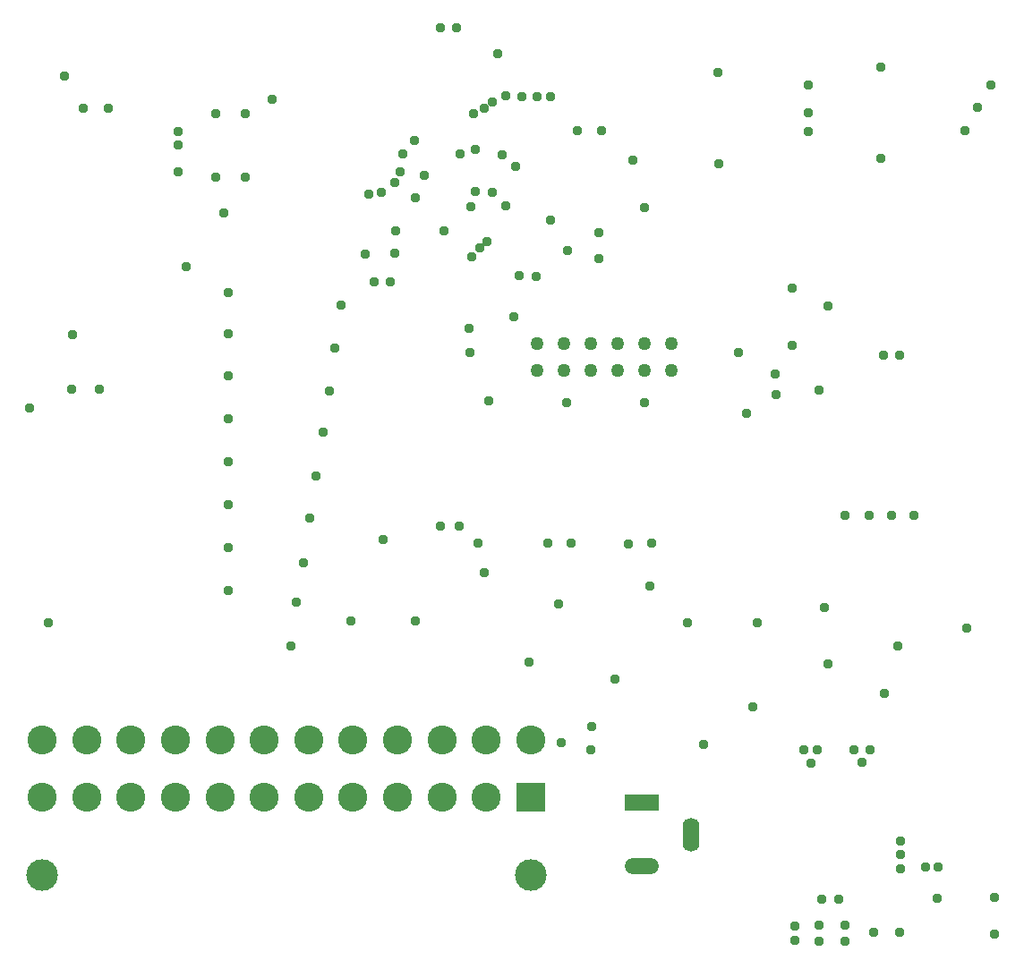
<source format=gbs>
G04*
G04 #@! TF.GenerationSoftware,Altium Limited,Altium Designer,24.6.1 (21)*
G04*
G04 Layer_Color=16711935*
%FSLAX44Y44*%
%MOMM*%
G71*
G04*
G04 #@! TF.SameCoordinates,533720E8-7120-4541-8755-C975A74632B4*
G04*
G04*
G04 #@! TF.FilePolarity,Negative*
G04*
G01*
G75*
%ADD50C,2.7500*%
%ADD51R,2.7500X2.7500*%
%ADD52C,3.0000*%
%ADD53C,1.2700*%
%ADD54R,3.2000X1.6000*%
G04:AMPARAMS|DCode=55|XSize=3.2mm|YSize=1.6mm|CornerRadius=0.8mm|HoleSize=0mm|Usage=FLASHONLY|Rotation=180.000|XOffset=0mm|YOffset=0mm|HoleType=Round|Shape=RoundedRectangle|*
%AMROUNDEDRECTD55*
21,1,3.2000,0.0000,0,0,180.0*
21,1,1.6000,1.6000,0,0,180.0*
1,1,1.6000,-0.8000,0.0000*
1,1,1.6000,0.8000,0.0000*
1,1,1.6000,0.8000,0.0000*
1,1,1.6000,-0.8000,0.0000*
%
%ADD55ROUNDEDRECTD55*%
G04:AMPARAMS|DCode=56|XSize=1.6mm|YSize=3.2mm|CornerRadius=0.8mm|HoleSize=0mm|Usage=FLASHONLY|Rotation=180.000|XOffset=0mm|YOffset=0mm|HoleType=Round|Shape=RoundedRectangle|*
%AMROUNDEDRECTD56*
21,1,1.6000,1.6000,0,0,180.0*
21,1,0.0000,3.2000,0,0,180.0*
1,1,1.6000,0.0000,0.8000*
1,1,1.6000,0.0000,0.8000*
1,1,1.6000,0.0000,-0.8000*
1,1,1.6000,0.0000,-0.8000*
%
%ADD56ROUNDEDRECTD56*%
%ADD57C,0.9580*%
D50*
X815971Y457067D02*
D03*
X857971D02*
D03*
X899971D02*
D03*
X941971D02*
D03*
X983971D02*
D03*
X1025971D02*
D03*
X1067971D02*
D03*
X1109971D02*
D03*
X1151971D02*
D03*
X1193971D02*
D03*
X1235971D02*
D03*
X1277971D02*
D03*
X815971Y402067D02*
D03*
X857971D02*
D03*
X899971D02*
D03*
X941971D02*
D03*
X983971D02*
D03*
X1025971D02*
D03*
X1067971D02*
D03*
X1109971D02*
D03*
X1151971D02*
D03*
X1193971D02*
D03*
X1235971D02*
D03*
D51*
X1277971D02*
D03*
D52*
X815971Y329067D02*
D03*
X1277971D02*
D03*
D53*
X1283970Y806450D02*
D03*
Y831850D02*
D03*
X1309370Y806450D02*
D03*
Y831850D02*
D03*
X1334770Y806450D02*
D03*
Y831850D02*
D03*
X1360170Y806450D02*
D03*
Y831850D02*
D03*
X1385570Y806450D02*
D03*
Y831850D02*
D03*
X1410970Y806450D02*
D03*
Y831850D02*
D03*
D54*
X1382970Y397221D02*
D03*
D55*
Y337221D02*
D03*
D56*
X1429970Y367221D02*
D03*
D57*
X1263650Y999490D02*
D03*
X1225179Y975654D02*
D03*
X1241260Y975178D02*
D03*
X1254737Y962303D02*
D03*
X1717040Y273050D02*
D03*
Y307340D02*
D03*
X1426210Y567690D02*
D03*
X1492250D02*
D03*
X1276289Y530682D02*
D03*
X1138300Y646438D02*
D03*
X1168693Y569140D02*
D03*
X1107515Y568859D02*
D03*
X1624832Y545333D02*
D03*
X1690209Y562749D02*
D03*
X1370440Y642123D02*
D03*
X1392040Y642868D02*
D03*
X1315880Y643148D02*
D03*
X1294280Y642961D02*
D03*
X1550670Y787400D02*
D03*
X1220584Y823485D02*
D03*
X1219822Y846263D02*
D03*
X1210310Y659130D02*
D03*
X1456071Y1001709D02*
D03*
X1374435Y1005307D02*
D03*
X1662532Y306466D02*
D03*
X1192530Y1130300D02*
D03*
X1207770D02*
D03*
X1262356Y857390D02*
D03*
X1282948Y895121D02*
D03*
X1266840Y895800D02*
D03*
X1008380Y989330D02*
D03*
X1296670Y1065530D02*
D03*
X1241245Y1060368D02*
D03*
X1233830Y1054328D02*
D03*
X1254443Y1065931D02*
D03*
X1224280Y1049419D02*
D03*
X1236980Y928370D02*
D03*
X1168826Y969741D02*
D03*
X1196340Y938530D02*
D03*
X1136868Y974480D02*
D03*
X1124402Y973528D02*
D03*
X1121757Y916619D02*
D03*
X1098251Y868334D02*
D03*
X1092437Y827207D02*
D03*
X1087700Y786512D02*
D03*
X1081241Y748185D02*
D03*
X1075212Y706198D02*
D03*
X1068967Y666579D02*
D03*
X1062929Y624454D02*
D03*
X1050929Y545878D02*
D03*
X1056640Y586740D02*
D03*
X1177247Y991055D02*
D03*
X1149221Y916812D02*
D03*
X1455420Y1088490D02*
D03*
X1247140Y1106070D02*
D03*
X1210770Y1011300D02*
D03*
X1225762Y1015464D02*
D03*
X1251109Y1010205D02*
D03*
X988060Y955040D02*
D03*
X1540557Y1032510D02*
D03*
X1540869Y1076073D02*
D03*
X944880Y994410D02*
D03*
Y1019810D02*
D03*
X1540510Y1050290D02*
D03*
X1033780Y1062990D02*
D03*
X944880Y1032510D02*
D03*
X1609090Y1007110D02*
D03*
Y1093470D02*
D03*
X1509206Y802790D02*
D03*
X1510030Y783590D02*
D03*
X1525307Y829916D02*
D03*
X1474470Y822960D02*
D03*
X1712845Y1076632D02*
D03*
X1700367Y1055186D02*
D03*
X1688594Y1033339D02*
D03*
X1322070Y1033150D02*
D03*
X1344930D02*
D03*
X1283970Y1065530D02*
D03*
X1221740Y961390D02*
D03*
X1313180Y919480D02*
D03*
X1342173Y912020D02*
D03*
X1150620Y938530D02*
D03*
X1222468Y913858D02*
D03*
X1229622Y922317D02*
D03*
X1149149Y984250D02*
D03*
X1154669Y994294D02*
D03*
X1168400Y1023620D02*
D03*
X1156970Y1010920D02*
D03*
X1385500Y960190D02*
D03*
X1296670Y948690D02*
D03*
X1342324Y937123D02*
D03*
X1525270Y883920D02*
D03*
X1482090Y765810D02*
D03*
X1611630Y820420D02*
D03*
X1390650Y601980D02*
D03*
X1238250Y777240D02*
D03*
X1234440Y614680D02*
D03*
X1192530Y659130D02*
D03*
X1228090Y642620D02*
D03*
X869950Y788670D02*
D03*
X843581Y788536D02*
D03*
X844521Y840436D02*
D03*
X1441450Y452750D02*
D03*
X1640610Y669130D02*
D03*
X1619567Y668757D02*
D03*
X1597901Y669130D02*
D03*
X1575238D02*
D03*
X1536700Y447040D02*
D03*
X1583690D02*
D03*
X1598930D02*
D03*
X1549400D02*
D03*
X1357630Y514350D02*
D03*
X1591310Y435610D02*
D03*
X1145540Y890270D02*
D03*
X1130300D02*
D03*
X878840Y1054100D02*
D03*
X854710D02*
D03*
X836930Y1084580D02*
D03*
X1559560Y528320D02*
D03*
X1550796Y281221D02*
D03*
X1550860Y266532D02*
D03*
X1574969Y281422D02*
D03*
X1574990Y266532D02*
D03*
X1602428Y274891D02*
D03*
X1626558D02*
D03*
X1527810Y266700D02*
D03*
X1527525Y280619D02*
D03*
X1488440Y487680D02*
D03*
X821690Y567690D02*
D03*
X1612900Y500380D02*
D03*
X1335214Y469424D02*
D03*
X1542760Y434700D02*
D03*
X1555750Y581660D02*
D03*
X1626870Y820420D02*
D03*
X1559560Y867410D02*
D03*
X1270000Y1065530D02*
D03*
X980440Y1049020D02*
D03*
X1008380D02*
D03*
X980440Y989330D02*
D03*
X1304290Y585470D02*
D03*
X991997Y598043D02*
D03*
X991870Y638810D02*
D03*
Y679450D02*
D03*
Y720090D02*
D03*
Y760730D02*
D03*
Y801370D02*
D03*
Y840740D02*
D03*
Y880110D02*
D03*
X1334909Y447179D02*
D03*
X1306440Y453780D02*
D03*
X803853Y770738D02*
D03*
X1311910Y775970D02*
D03*
X1385582Y776098D02*
D03*
X952500Y904240D02*
D03*
X1627693Y334407D02*
D03*
Y361077D02*
D03*
X1663700Y336550D02*
D03*
X1627693Y348377D02*
D03*
X1569273Y306046D02*
D03*
X1651421Y336550D02*
D03*
X1553037Y305899D02*
D03*
M02*

</source>
